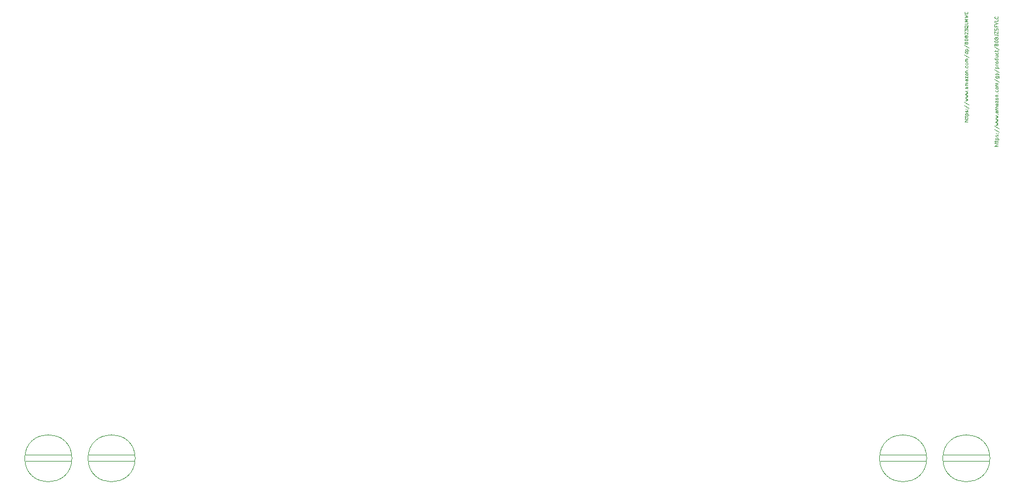
<source format=gbr>
G04 #@! TF.GenerationSoftware,KiCad,Pcbnew,(6.0.5)*
G04 #@! TF.CreationDate,2022-05-29T20:59:08-04:00*
G04 #@! TF.ProjectId,PB_16,50425f31-362e-46b6-9963-61645f706362,v1.0h*
G04 #@! TF.SameCoordinates,Original*
G04 #@! TF.FileFunction,OtherDrawing,Comment*
%FSLAX46Y46*%
G04 Gerber Fmt 4.6, Leading zero omitted, Abs format (unit mm)*
G04 Created by KiCad (PCBNEW (6.0.5)) date 2022-05-29 20:59:08*
%MOMM*%
%LPD*%
G01*
G04 APERTURE LIST*
%ADD10C,0.100000*%
%ADD11C,0.120000*%
G04 APERTURE END LIST*
D10*
X217370190Y-98968552D02*
X216870190Y-98968552D01*
X217370190Y-98754266D02*
X217108285Y-98754266D01*
X217060666Y-98778076D01*
X217036857Y-98825695D01*
X217036857Y-98897123D01*
X217060666Y-98944742D01*
X217084476Y-98968552D01*
X217036857Y-98587600D02*
X217036857Y-98397123D01*
X216870190Y-98516171D02*
X217298761Y-98516171D01*
X217346380Y-98492361D01*
X217370190Y-98444742D01*
X217370190Y-98397123D01*
X217036857Y-98301885D02*
X217036857Y-98111409D01*
X216870190Y-98230457D02*
X217298761Y-98230457D01*
X217346380Y-98206647D01*
X217370190Y-98159028D01*
X217370190Y-98111409D01*
X217036857Y-97944742D02*
X217536857Y-97944742D01*
X217060666Y-97944742D02*
X217036857Y-97897123D01*
X217036857Y-97801885D01*
X217060666Y-97754266D01*
X217084476Y-97730457D01*
X217132095Y-97706647D01*
X217274952Y-97706647D01*
X217322571Y-97730457D01*
X217346380Y-97754266D01*
X217370190Y-97801885D01*
X217370190Y-97897123D01*
X217346380Y-97944742D01*
X217346380Y-97516171D02*
X217370190Y-97468552D01*
X217370190Y-97373314D01*
X217346380Y-97325695D01*
X217298761Y-97301885D01*
X217274952Y-97301885D01*
X217227333Y-97325695D01*
X217203523Y-97373314D01*
X217203523Y-97444742D01*
X217179714Y-97492361D01*
X217132095Y-97516171D01*
X217108285Y-97516171D01*
X217060666Y-97492361D01*
X217036857Y-97444742D01*
X217036857Y-97373314D01*
X217060666Y-97325695D01*
X217322571Y-97087600D02*
X217346380Y-97063790D01*
X217370190Y-97087600D01*
X217346380Y-97111409D01*
X217322571Y-97087600D01*
X217370190Y-97087600D01*
X217060666Y-97087600D02*
X217084476Y-97063790D01*
X217108285Y-97087600D01*
X217084476Y-97111409D01*
X217060666Y-97087600D01*
X217108285Y-97087600D01*
X216846380Y-96492361D02*
X217489238Y-96920933D01*
X216846380Y-95968552D02*
X217489238Y-96397123D01*
X217036857Y-95849504D02*
X217370190Y-95754266D01*
X217132095Y-95659028D01*
X217370190Y-95563790D01*
X217036857Y-95468552D01*
X217036857Y-95325695D02*
X217370190Y-95230457D01*
X217132095Y-95135219D01*
X217370190Y-95039980D01*
X217036857Y-94944742D01*
X217036857Y-94801885D02*
X217370190Y-94706647D01*
X217132095Y-94611409D01*
X217370190Y-94516171D01*
X217036857Y-94420933D01*
X217322571Y-94230457D02*
X217346380Y-94206647D01*
X217370190Y-94230457D01*
X217346380Y-94254266D01*
X217322571Y-94230457D01*
X217370190Y-94230457D01*
X217370190Y-93778076D02*
X217108285Y-93778076D01*
X217060666Y-93801885D01*
X217036857Y-93849504D01*
X217036857Y-93944742D01*
X217060666Y-93992361D01*
X217346380Y-93778076D02*
X217370190Y-93825695D01*
X217370190Y-93944742D01*
X217346380Y-93992361D01*
X217298761Y-94016171D01*
X217251142Y-94016171D01*
X217203523Y-93992361D01*
X217179714Y-93944742D01*
X217179714Y-93825695D01*
X217155904Y-93778076D01*
X217370190Y-93539980D02*
X217036857Y-93539980D01*
X217084476Y-93539980D02*
X217060666Y-93516171D01*
X217036857Y-93468552D01*
X217036857Y-93397123D01*
X217060666Y-93349504D01*
X217108285Y-93325695D01*
X217370190Y-93325695D01*
X217108285Y-93325695D02*
X217060666Y-93301885D01*
X217036857Y-93254266D01*
X217036857Y-93182838D01*
X217060666Y-93135219D01*
X217108285Y-93111409D01*
X217370190Y-93111409D01*
X217370190Y-92659028D02*
X217108285Y-92659028D01*
X217060666Y-92682838D01*
X217036857Y-92730457D01*
X217036857Y-92825695D01*
X217060666Y-92873314D01*
X217346380Y-92659028D02*
X217370190Y-92706647D01*
X217370190Y-92825695D01*
X217346380Y-92873314D01*
X217298761Y-92897123D01*
X217251142Y-92897123D01*
X217203523Y-92873314D01*
X217179714Y-92825695D01*
X217179714Y-92706647D01*
X217155904Y-92659028D01*
X217036857Y-92468552D02*
X217036857Y-92206647D01*
X217370190Y-92468552D01*
X217370190Y-92206647D01*
X217370190Y-91944742D02*
X217346380Y-91992361D01*
X217322571Y-92016171D01*
X217274952Y-92039980D01*
X217132095Y-92039980D01*
X217084476Y-92016171D01*
X217060666Y-91992361D01*
X217036857Y-91944742D01*
X217036857Y-91873314D01*
X217060666Y-91825695D01*
X217084476Y-91801885D01*
X217132095Y-91778076D01*
X217274952Y-91778076D01*
X217322571Y-91801885D01*
X217346380Y-91825695D01*
X217370190Y-91873314D01*
X217370190Y-91944742D01*
X217036857Y-91563790D02*
X217370190Y-91563790D01*
X217084476Y-91563790D02*
X217060666Y-91539980D01*
X217036857Y-91492361D01*
X217036857Y-91420933D01*
X217060666Y-91373314D01*
X217108285Y-91349504D01*
X217370190Y-91349504D01*
X217322571Y-91111409D02*
X217346380Y-91087600D01*
X217370190Y-91111409D01*
X217346380Y-91135219D01*
X217322571Y-91111409D01*
X217370190Y-91111409D01*
X217346380Y-90659028D02*
X217370190Y-90706647D01*
X217370190Y-90801885D01*
X217346380Y-90849504D01*
X217322571Y-90873314D01*
X217274952Y-90897123D01*
X217132095Y-90897123D01*
X217084476Y-90873314D01*
X217060666Y-90849504D01*
X217036857Y-90801885D01*
X217036857Y-90706647D01*
X217060666Y-90659028D01*
X217370190Y-90373314D02*
X217346380Y-90420933D01*
X217322571Y-90444742D01*
X217274952Y-90468552D01*
X217132095Y-90468552D01*
X217084476Y-90444742D01*
X217060666Y-90420933D01*
X217036857Y-90373314D01*
X217036857Y-90301885D01*
X217060666Y-90254266D01*
X217084476Y-90230457D01*
X217132095Y-90206647D01*
X217274952Y-90206647D01*
X217322571Y-90230457D01*
X217346380Y-90254266D01*
X217370190Y-90301885D01*
X217370190Y-90373314D01*
X217370190Y-89992361D02*
X217036857Y-89992361D01*
X217084476Y-89992361D02*
X217060666Y-89968552D01*
X217036857Y-89920933D01*
X217036857Y-89849504D01*
X217060666Y-89801885D01*
X217108285Y-89778076D01*
X217370190Y-89778076D01*
X217108285Y-89778076D02*
X217060666Y-89754266D01*
X217036857Y-89706647D01*
X217036857Y-89635219D01*
X217060666Y-89587600D01*
X217108285Y-89563790D01*
X217370190Y-89563790D01*
X216846380Y-88968552D02*
X217489238Y-89397123D01*
X217036857Y-88587600D02*
X217441619Y-88587600D01*
X217489238Y-88611409D01*
X217513047Y-88635219D01*
X217536857Y-88682838D01*
X217536857Y-88754266D01*
X217513047Y-88801885D01*
X217346380Y-88587600D02*
X217370190Y-88635219D01*
X217370190Y-88730457D01*
X217346380Y-88778076D01*
X217322571Y-88801885D01*
X217274952Y-88825695D01*
X217132095Y-88825695D01*
X217084476Y-88801885D01*
X217060666Y-88778076D01*
X217036857Y-88730457D01*
X217036857Y-88635219D01*
X217060666Y-88587600D01*
X217036857Y-88349504D02*
X217536857Y-88349504D01*
X217060666Y-88349504D02*
X217036857Y-88301885D01*
X217036857Y-88206647D01*
X217060666Y-88159028D01*
X217084476Y-88135219D01*
X217132095Y-88111409D01*
X217274952Y-88111409D01*
X217322571Y-88135219D01*
X217346380Y-88159028D01*
X217370190Y-88206647D01*
X217370190Y-88301885D01*
X217346380Y-88349504D01*
X216846380Y-87539980D02*
X217489238Y-87968552D01*
X217036857Y-87373314D02*
X217536857Y-87373314D01*
X217060666Y-87373314D02*
X217036857Y-87325695D01*
X217036857Y-87230457D01*
X217060666Y-87182838D01*
X217084476Y-87159028D01*
X217132095Y-87135219D01*
X217274952Y-87135219D01*
X217322571Y-87159028D01*
X217346380Y-87182838D01*
X217370190Y-87230457D01*
X217370190Y-87325695D01*
X217346380Y-87373314D01*
X217370190Y-86920933D02*
X217036857Y-86920933D01*
X217132095Y-86920933D02*
X217084476Y-86897123D01*
X217060666Y-86873314D01*
X217036857Y-86825695D01*
X217036857Y-86778076D01*
X217370190Y-86539980D02*
X217346380Y-86587600D01*
X217322571Y-86611409D01*
X217274952Y-86635219D01*
X217132095Y-86635219D01*
X217084476Y-86611409D01*
X217060666Y-86587600D01*
X217036857Y-86539980D01*
X217036857Y-86468552D01*
X217060666Y-86420933D01*
X217084476Y-86397123D01*
X217132095Y-86373314D01*
X217274952Y-86373314D01*
X217322571Y-86397123D01*
X217346380Y-86420933D01*
X217370190Y-86468552D01*
X217370190Y-86539980D01*
X217370190Y-85944742D02*
X216870190Y-85944742D01*
X217346380Y-85944742D02*
X217370190Y-85992361D01*
X217370190Y-86087600D01*
X217346380Y-86135219D01*
X217322571Y-86159028D01*
X217274952Y-86182838D01*
X217132095Y-86182838D01*
X217084476Y-86159028D01*
X217060666Y-86135219D01*
X217036857Y-86087600D01*
X217036857Y-85992361D01*
X217060666Y-85944742D01*
X217036857Y-85492361D02*
X217370190Y-85492361D01*
X217036857Y-85706647D02*
X217298761Y-85706647D01*
X217346380Y-85682838D01*
X217370190Y-85635219D01*
X217370190Y-85563790D01*
X217346380Y-85516171D01*
X217322571Y-85492361D01*
X217346380Y-85039980D02*
X217370190Y-85087600D01*
X217370190Y-85182838D01*
X217346380Y-85230457D01*
X217322571Y-85254266D01*
X217274952Y-85278076D01*
X217132095Y-85278076D01*
X217084476Y-85254266D01*
X217060666Y-85230457D01*
X217036857Y-85182838D01*
X217036857Y-85087600D01*
X217060666Y-85039980D01*
X217036857Y-84897123D02*
X217036857Y-84706647D01*
X216870190Y-84825695D02*
X217298761Y-84825695D01*
X217346380Y-84801885D01*
X217370190Y-84754266D01*
X217370190Y-84706647D01*
X216846380Y-84182838D02*
X217489238Y-84611409D01*
X217108285Y-83849504D02*
X217132095Y-83778076D01*
X217155904Y-83754266D01*
X217203523Y-83730457D01*
X217274952Y-83730457D01*
X217322571Y-83754266D01*
X217346380Y-83778076D01*
X217370190Y-83825695D01*
X217370190Y-84016171D01*
X216870190Y-84016171D01*
X216870190Y-83849504D01*
X216894000Y-83801885D01*
X216917809Y-83778076D01*
X216965428Y-83754266D01*
X217013047Y-83754266D01*
X217060666Y-83778076D01*
X217084476Y-83801885D01*
X217108285Y-83849504D01*
X217108285Y-84016171D01*
X216870190Y-83420933D02*
X216870190Y-83373314D01*
X216894000Y-83325695D01*
X216917809Y-83301885D01*
X216965428Y-83278076D01*
X217060666Y-83254266D01*
X217179714Y-83254266D01*
X217274952Y-83278076D01*
X217322571Y-83301885D01*
X217346380Y-83325695D01*
X217370190Y-83373314D01*
X217370190Y-83420933D01*
X217346380Y-83468552D01*
X217322571Y-83492361D01*
X217274952Y-83516171D01*
X217179714Y-83539980D01*
X217060666Y-83539980D01*
X216965428Y-83516171D01*
X216917809Y-83492361D01*
X216894000Y-83468552D01*
X216870190Y-83420933D01*
X217084476Y-82968552D02*
X217060666Y-83016171D01*
X217036857Y-83039980D01*
X216989238Y-83063790D01*
X216965428Y-83063790D01*
X216917809Y-83039980D01*
X216894000Y-83016171D01*
X216870190Y-82968552D01*
X216870190Y-82873314D01*
X216894000Y-82825695D01*
X216917809Y-82801885D01*
X216965428Y-82778076D01*
X216989238Y-82778076D01*
X217036857Y-82801885D01*
X217060666Y-82825695D01*
X217084476Y-82873314D01*
X217084476Y-82968552D01*
X217108285Y-83016171D01*
X217132095Y-83039980D01*
X217179714Y-83063790D01*
X217274952Y-83063790D01*
X217322571Y-83039980D01*
X217346380Y-83016171D01*
X217370190Y-82968552D01*
X217370190Y-82873314D01*
X217346380Y-82825695D01*
X217322571Y-82801885D01*
X217274952Y-82778076D01*
X217179714Y-82778076D01*
X217132095Y-82801885D01*
X217108285Y-82825695D01*
X217084476Y-82873314D01*
X216870190Y-82420933D02*
X217227333Y-82420933D01*
X217298761Y-82444742D01*
X217346380Y-82492361D01*
X217370190Y-82563790D01*
X217370190Y-82611409D01*
X216870190Y-82230457D02*
X216870190Y-81897123D01*
X217370190Y-82230457D01*
X217370190Y-81897123D01*
X216870190Y-81468552D02*
X216870190Y-81706647D01*
X217108285Y-81730457D01*
X217084476Y-81706647D01*
X217060666Y-81659028D01*
X217060666Y-81539980D01*
X217084476Y-81492361D01*
X217108285Y-81468552D01*
X217155904Y-81444742D01*
X217274952Y-81444742D01*
X217322571Y-81468552D01*
X217346380Y-81492361D01*
X217370190Y-81539980D01*
X217370190Y-81659028D01*
X217346380Y-81706647D01*
X217322571Y-81730457D01*
X217108285Y-81063790D02*
X217108285Y-81230457D01*
X217370190Y-81230457D02*
X216870190Y-81230457D01*
X216870190Y-80992361D01*
X216870190Y-80873314D02*
X217370190Y-80706647D01*
X216870190Y-80539980D01*
X217370190Y-80135219D02*
X217370190Y-80373314D01*
X216870190Y-80373314D01*
X217322571Y-79682838D02*
X217346380Y-79706647D01*
X217370190Y-79778076D01*
X217370190Y-79825695D01*
X217346380Y-79897123D01*
X217298761Y-79944742D01*
X217251142Y-79968552D01*
X217155904Y-79992361D01*
X217084476Y-79992361D01*
X216989238Y-79968552D01*
X216941619Y-79944742D01*
X216894000Y-79897123D01*
X216870190Y-79825695D01*
X216870190Y-79778076D01*
X216894000Y-79706647D01*
X216917809Y-79682838D01*
X212885190Y-95356466D02*
X212385190Y-95356466D01*
X212885190Y-95142180D02*
X212623285Y-95142180D01*
X212575666Y-95165990D01*
X212551857Y-95213609D01*
X212551857Y-95285038D01*
X212575666Y-95332657D01*
X212599476Y-95356466D01*
X212551857Y-94975514D02*
X212551857Y-94785038D01*
X212385190Y-94904085D02*
X212813761Y-94904085D01*
X212861380Y-94880276D01*
X212885190Y-94832657D01*
X212885190Y-94785038D01*
X212551857Y-94689800D02*
X212551857Y-94499323D01*
X212385190Y-94618371D02*
X212813761Y-94618371D01*
X212861380Y-94594561D01*
X212885190Y-94546942D01*
X212885190Y-94499323D01*
X212551857Y-94332657D02*
X213051857Y-94332657D01*
X212575666Y-94332657D02*
X212551857Y-94285038D01*
X212551857Y-94189800D01*
X212575666Y-94142180D01*
X212599476Y-94118371D01*
X212647095Y-94094561D01*
X212789952Y-94094561D01*
X212837571Y-94118371D01*
X212861380Y-94142180D01*
X212885190Y-94189800D01*
X212885190Y-94285038D01*
X212861380Y-94332657D01*
X212861380Y-93904085D02*
X212885190Y-93856466D01*
X212885190Y-93761228D01*
X212861380Y-93713609D01*
X212813761Y-93689800D01*
X212789952Y-93689800D01*
X212742333Y-93713609D01*
X212718523Y-93761228D01*
X212718523Y-93832657D01*
X212694714Y-93880276D01*
X212647095Y-93904085D01*
X212623285Y-93904085D01*
X212575666Y-93880276D01*
X212551857Y-93832657D01*
X212551857Y-93761228D01*
X212575666Y-93713609D01*
X212837571Y-93475514D02*
X212861380Y-93451704D01*
X212885190Y-93475514D01*
X212861380Y-93499323D01*
X212837571Y-93475514D01*
X212885190Y-93475514D01*
X212575666Y-93475514D02*
X212599476Y-93451704D01*
X212623285Y-93475514D01*
X212599476Y-93499323D01*
X212575666Y-93475514D01*
X212623285Y-93475514D01*
X212361380Y-92880276D02*
X213004238Y-93308847D01*
X212361380Y-92356466D02*
X213004238Y-92785038D01*
X212551857Y-92237419D02*
X212885190Y-92142180D01*
X212647095Y-92046942D01*
X212885190Y-91951704D01*
X212551857Y-91856466D01*
X212551857Y-91713609D02*
X212885190Y-91618371D01*
X212647095Y-91523133D01*
X212885190Y-91427895D01*
X212551857Y-91332657D01*
X212551857Y-91189800D02*
X212885190Y-91094561D01*
X212647095Y-90999323D01*
X212885190Y-90904085D01*
X212551857Y-90808847D01*
X212837571Y-90618371D02*
X212861380Y-90594561D01*
X212885190Y-90618371D01*
X212861380Y-90642180D01*
X212837571Y-90618371D01*
X212885190Y-90618371D01*
X212885190Y-90165990D02*
X212623285Y-90165990D01*
X212575666Y-90189800D01*
X212551857Y-90237419D01*
X212551857Y-90332657D01*
X212575666Y-90380276D01*
X212861380Y-90165990D02*
X212885190Y-90213609D01*
X212885190Y-90332657D01*
X212861380Y-90380276D01*
X212813761Y-90404085D01*
X212766142Y-90404085D01*
X212718523Y-90380276D01*
X212694714Y-90332657D01*
X212694714Y-90213609D01*
X212670904Y-90165990D01*
X212885190Y-89927895D02*
X212551857Y-89927895D01*
X212599476Y-89927895D02*
X212575666Y-89904085D01*
X212551857Y-89856466D01*
X212551857Y-89785038D01*
X212575666Y-89737419D01*
X212623285Y-89713609D01*
X212885190Y-89713609D01*
X212623285Y-89713609D02*
X212575666Y-89689800D01*
X212551857Y-89642180D01*
X212551857Y-89570752D01*
X212575666Y-89523133D01*
X212623285Y-89499323D01*
X212885190Y-89499323D01*
X212885190Y-89046942D02*
X212623285Y-89046942D01*
X212575666Y-89070752D01*
X212551857Y-89118371D01*
X212551857Y-89213609D01*
X212575666Y-89261228D01*
X212861380Y-89046942D02*
X212885190Y-89094561D01*
X212885190Y-89213609D01*
X212861380Y-89261228D01*
X212813761Y-89285038D01*
X212766142Y-89285038D01*
X212718523Y-89261228D01*
X212694714Y-89213609D01*
X212694714Y-89094561D01*
X212670904Y-89046942D01*
X212551857Y-88856466D02*
X212551857Y-88594561D01*
X212885190Y-88856466D01*
X212885190Y-88594561D01*
X212885190Y-88332657D02*
X212861380Y-88380276D01*
X212837571Y-88404085D01*
X212789952Y-88427895D01*
X212647095Y-88427895D01*
X212599476Y-88404085D01*
X212575666Y-88380276D01*
X212551857Y-88332657D01*
X212551857Y-88261228D01*
X212575666Y-88213609D01*
X212599476Y-88189800D01*
X212647095Y-88165990D01*
X212789952Y-88165990D01*
X212837571Y-88189800D01*
X212861380Y-88213609D01*
X212885190Y-88261228D01*
X212885190Y-88332657D01*
X212551857Y-87951704D02*
X212885190Y-87951704D01*
X212599476Y-87951704D02*
X212575666Y-87927895D01*
X212551857Y-87880276D01*
X212551857Y-87808847D01*
X212575666Y-87761228D01*
X212623285Y-87737419D01*
X212885190Y-87737419D01*
X212837571Y-87499323D02*
X212861380Y-87475514D01*
X212885190Y-87499323D01*
X212861380Y-87523133D01*
X212837571Y-87499323D01*
X212885190Y-87499323D01*
X212861380Y-87046942D02*
X212885190Y-87094561D01*
X212885190Y-87189800D01*
X212861380Y-87237419D01*
X212837571Y-87261228D01*
X212789952Y-87285038D01*
X212647095Y-87285038D01*
X212599476Y-87261228D01*
X212575666Y-87237419D01*
X212551857Y-87189800D01*
X212551857Y-87094561D01*
X212575666Y-87046942D01*
X212885190Y-86761228D02*
X212861380Y-86808847D01*
X212837571Y-86832657D01*
X212789952Y-86856466D01*
X212647095Y-86856466D01*
X212599476Y-86832657D01*
X212575666Y-86808847D01*
X212551857Y-86761228D01*
X212551857Y-86689800D01*
X212575666Y-86642180D01*
X212599476Y-86618371D01*
X212647095Y-86594561D01*
X212789952Y-86594561D01*
X212837571Y-86618371D01*
X212861380Y-86642180D01*
X212885190Y-86689800D01*
X212885190Y-86761228D01*
X212885190Y-86380276D02*
X212551857Y-86380276D01*
X212599476Y-86380276D02*
X212575666Y-86356466D01*
X212551857Y-86308847D01*
X212551857Y-86237419D01*
X212575666Y-86189800D01*
X212623285Y-86165990D01*
X212885190Y-86165990D01*
X212623285Y-86165990D02*
X212575666Y-86142180D01*
X212551857Y-86094561D01*
X212551857Y-86023133D01*
X212575666Y-85975514D01*
X212623285Y-85951704D01*
X212885190Y-85951704D01*
X212361380Y-85356466D02*
X213004238Y-85785038D01*
X212885190Y-84975514D02*
X212385190Y-84975514D01*
X212861380Y-84975514D02*
X212885190Y-85023133D01*
X212885190Y-85118371D01*
X212861380Y-85165990D01*
X212837571Y-85189800D01*
X212789952Y-85213609D01*
X212647095Y-85213609D01*
X212599476Y-85189800D01*
X212575666Y-85165990D01*
X212551857Y-85118371D01*
X212551857Y-85023133D01*
X212575666Y-84975514D01*
X212551857Y-84737419D02*
X213051857Y-84737419D01*
X212575666Y-84737419D02*
X212551857Y-84689800D01*
X212551857Y-84594561D01*
X212575666Y-84546942D01*
X212599476Y-84523133D01*
X212647095Y-84499323D01*
X212789952Y-84499323D01*
X212837571Y-84523133D01*
X212861380Y-84546942D01*
X212885190Y-84594561D01*
X212885190Y-84689800D01*
X212861380Y-84737419D01*
X212361380Y-83927895D02*
X213004238Y-84356466D01*
X212623285Y-83594561D02*
X212647095Y-83523133D01*
X212670904Y-83499323D01*
X212718523Y-83475514D01*
X212789952Y-83475514D01*
X212837571Y-83499323D01*
X212861380Y-83523133D01*
X212885190Y-83570752D01*
X212885190Y-83761228D01*
X212385190Y-83761228D01*
X212385190Y-83594561D01*
X212409000Y-83546942D01*
X212432809Y-83523133D01*
X212480428Y-83499323D01*
X212528047Y-83499323D01*
X212575666Y-83523133D01*
X212599476Y-83546942D01*
X212623285Y-83594561D01*
X212623285Y-83761228D01*
X212385190Y-83165990D02*
X212385190Y-83118371D01*
X212409000Y-83070752D01*
X212432809Y-83046942D01*
X212480428Y-83023133D01*
X212575666Y-82999323D01*
X212694714Y-82999323D01*
X212789952Y-83023133D01*
X212837571Y-83046942D01*
X212861380Y-83070752D01*
X212885190Y-83118371D01*
X212885190Y-83165990D01*
X212861380Y-83213609D01*
X212837571Y-83237419D01*
X212789952Y-83261228D01*
X212694714Y-83285038D01*
X212575666Y-83285038D01*
X212480428Y-83261228D01*
X212432809Y-83237419D01*
X212409000Y-83213609D01*
X212385190Y-83165990D01*
X212599476Y-82713609D02*
X212575666Y-82761228D01*
X212551857Y-82785038D01*
X212504238Y-82808847D01*
X212480428Y-82808847D01*
X212432809Y-82785038D01*
X212409000Y-82761228D01*
X212385190Y-82713609D01*
X212385190Y-82618371D01*
X212409000Y-82570752D01*
X212432809Y-82546942D01*
X212480428Y-82523133D01*
X212504238Y-82523133D01*
X212551857Y-82546942D01*
X212575666Y-82570752D01*
X212599476Y-82618371D01*
X212599476Y-82713609D01*
X212623285Y-82761228D01*
X212647095Y-82785038D01*
X212694714Y-82808847D01*
X212789952Y-82808847D01*
X212837571Y-82785038D01*
X212861380Y-82761228D01*
X212885190Y-82713609D01*
X212885190Y-82618371D01*
X212861380Y-82570752D01*
X212837571Y-82546942D01*
X212789952Y-82523133D01*
X212694714Y-82523133D01*
X212647095Y-82546942D01*
X212623285Y-82570752D01*
X212599476Y-82618371D01*
X212432809Y-82332657D02*
X212409000Y-82308847D01*
X212385190Y-82261228D01*
X212385190Y-82142180D01*
X212409000Y-82094561D01*
X212432809Y-82070752D01*
X212480428Y-82046942D01*
X212528047Y-82046942D01*
X212599476Y-82070752D01*
X212885190Y-82356466D01*
X212885190Y-82046942D01*
X212385190Y-81880276D02*
X212385190Y-81570752D01*
X212575666Y-81737419D01*
X212575666Y-81665990D01*
X212599476Y-81618371D01*
X212623285Y-81594561D01*
X212670904Y-81570752D01*
X212789952Y-81570752D01*
X212837571Y-81594561D01*
X212861380Y-81618371D01*
X212885190Y-81665990D01*
X212885190Y-81808847D01*
X212861380Y-81856466D01*
X212837571Y-81880276D01*
X212932809Y-81023133D02*
X212909000Y-81070752D01*
X212861380Y-81118371D01*
X212789952Y-81189800D01*
X212766142Y-81237419D01*
X212766142Y-81285038D01*
X212885190Y-81261228D02*
X212861380Y-81308847D01*
X212813761Y-81356466D01*
X212718523Y-81380276D01*
X212551857Y-81380276D01*
X212456619Y-81356466D01*
X212409000Y-81308847D01*
X212385190Y-81261228D01*
X212385190Y-81165990D01*
X212409000Y-81118371D01*
X212456619Y-81070752D01*
X212551857Y-81046942D01*
X212718523Y-81046942D01*
X212813761Y-81070752D01*
X212861380Y-81118371D01*
X212885190Y-81165990D01*
X212885190Y-81261228D01*
X212885190Y-80594561D02*
X212885190Y-80832657D01*
X212385190Y-80832657D01*
X212885190Y-80427895D02*
X212385190Y-80427895D01*
X212742333Y-80261228D01*
X212385190Y-80094561D01*
X212885190Y-80094561D01*
X212385190Y-79904085D02*
X212885190Y-79785038D01*
X212528047Y-79689800D01*
X212885190Y-79594561D01*
X212385190Y-79475514D01*
X212837571Y-78999323D02*
X212861380Y-79023133D01*
X212885190Y-79094561D01*
X212885190Y-79142180D01*
X212861380Y-79213609D01*
X212813761Y-79261228D01*
X212766142Y-79285038D01*
X212670904Y-79308847D01*
X212599476Y-79308847D01*
X212504238Y-79285038D01*
X212456619Y-79261228D01*
X212409000Y-79213609D01*
X212385190Y-79142180D01*
X212385190Y-79094561D01*
X212409000Y-79023133D01*
X212432809Y-78999323D01*
D11*
X206670400Y-145817400D02*
X199870400Y-145817400D01*
X206670400Y-144917400D02*
X199870400Y-144917400D01*
X209270400Y-144917400D02*
X216070400Y-144917400D01*
X209270400Y-145817400D02*
X216070400Y-145817400D01*
X216170400Y-145417400D02*
G75*
G03*
X216170400Y-145417400I-3500000J0D01*
G01*
X206771828Y-145417400D02*
G75*
G03*
X206771828Y-145417400I-3501428J0D01*
G01*
X79670400Y-144917400D02*
X72870400Y-144917400D01*
X82270400Y-144917400D02*
X89070400Y-144917400D01*
X82270400Y-145817400D02*
X89070400Y-145817400D01*
X79670400Y-145817400D02*
X72870400Y-145817400D01*
X89170400Y-145417400D02*
G75*
G03*
X89170400Y-145417400I-3500000J0D01*
G01*
X79771828Y-145417400D02*
G75*
G03*
X79771828Y-145417400I-3501428J0D01*
G01*
M02*

</source>
